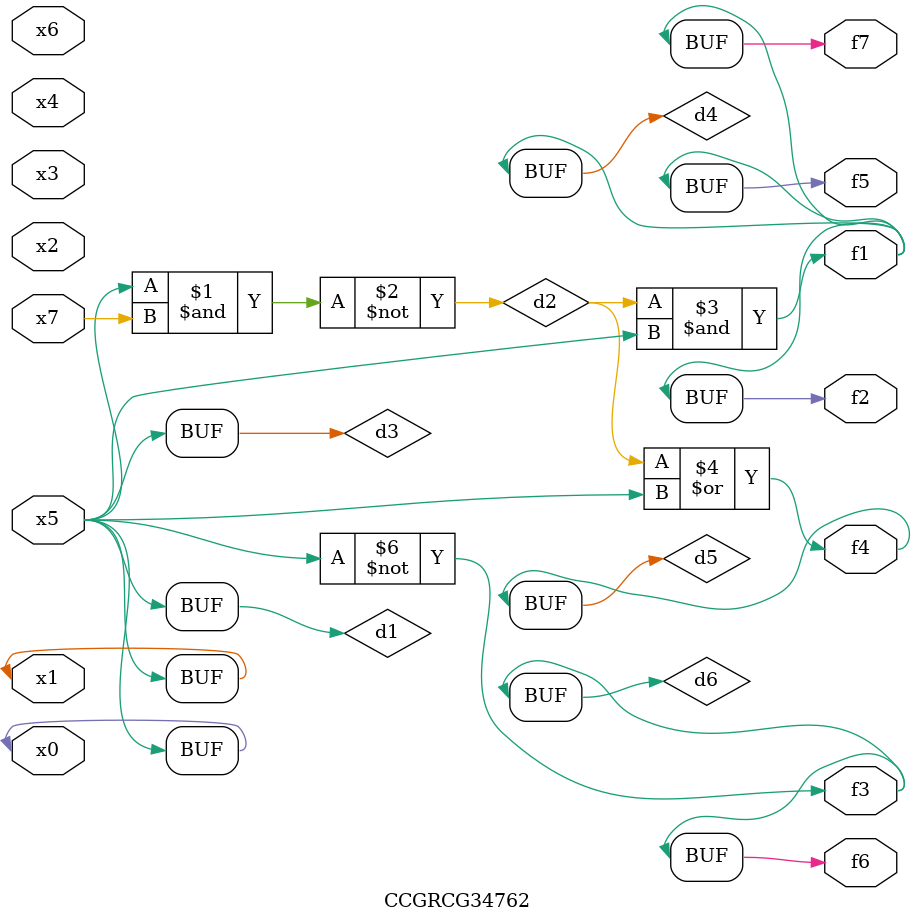
<source format=v>
module CCGRCG34762(
	input x0, x1, x2, x3, x4, x5, x6, x7,
	output f1, f2, f3, f4, f5, f6, f7
);

	wire d1, d2, d3, d4, d5, d6;

	buf (d1, x0, x5);
	nand (d2, x5, x7);
	buf (d3, x0, x1);
	and (d4, d2, d3);
	or (d5, d2, d3);
	nor (d6, d1, d3);
	assign f1 = d4;
	assign f2 = d4;
	assign f3 = d6;
	assign f4 = d5;
	assign f5 = d4;
	assign f6 = d6;
	assign f7 = d4;
endmodule

</source>
